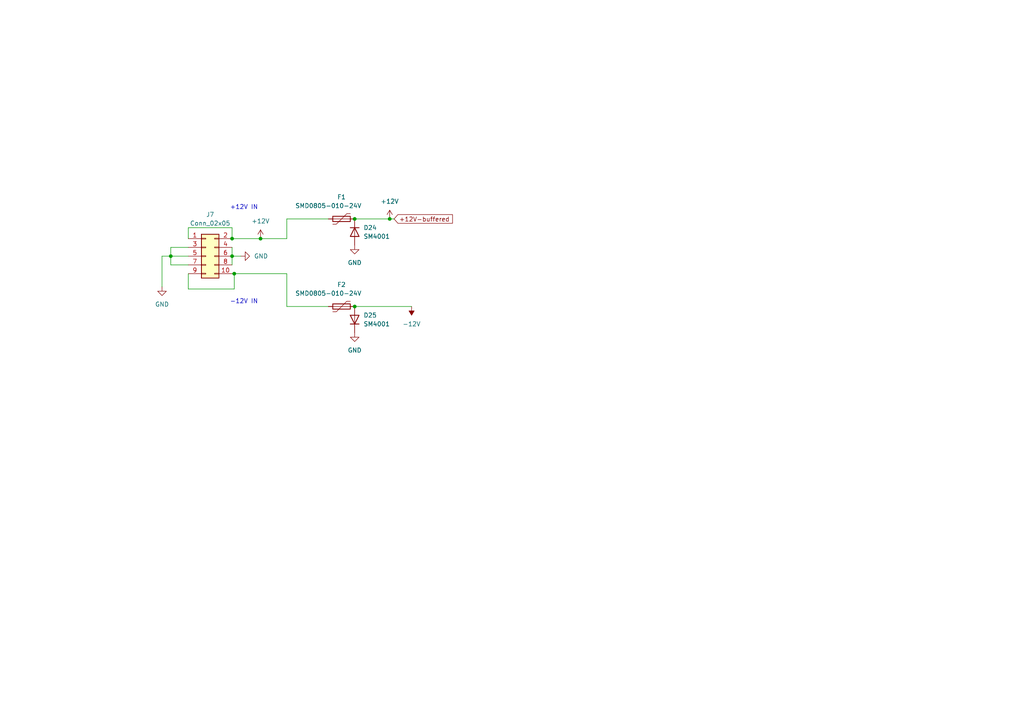
<source format=kicad_sch>
(kicad_sch (version 20211123) (generator eeschema)
  (paper "A4")
  (lib_symbols
    (symbol "Connector_Generic:Conn_02x05_Odd_Even" (pin_names (offset 1.016) hide)
      (property "Reference" "J" (at 1.27 7.62 0))
      (property "Value" "Conn_02x05_Odd_Even" (at 1.27 -7.62 0))
      (symbol "Conn_02x05_Odd_Even_1_1"
        (rectangle (start -1.27 -4.953) (end 0 -5.207) (stroke (width 0.1524)))
        (rectangle (start -1.27 -2.413) (end 0 -2.667) (stroke (width 0.1524)))
        (rectangle (start -1.27 0.127) (end 0 -0.127) (stroke (width 0.1524)))
        (rectangle (start -1.27 2.667) (end 0 2.413) (stroke (width 0.1524)))
        (rectangle (start -1.27 5.207) (end 0 4.953) (stroke (width 0.1524)))
        (rectangle (start -1.27 6.35) (end 3.81 -6.35) (stroke (width 0.254)) (fill (type background)))
        (rectangle (start 3.81 -4.953) (end 2.54 -5.207) (stroke (width 0.1524)))
        (rectangle (start 3.81 -2.413) (end 2.54 -2.667) (stroke (width 0.1524)))
        (rectangle (start 3.81 0.127) (end 2.54 -0.127) (stroke (width 0.1524)))
        (rectangle (start 3.81 2.667) (end 2.54 2.413) (stroke (width 0.1524)))
        (rectangle (start 3.81 5.207) (end 2.54 4.953) (stroke (width 0.1524)))
        (pin passive line (at -5.08 5.08 0) (length 3.81) (name "Pin_1") (number "1"))
        (pin passive line (at 7.62 -5.08 180) (length 3.81) (name "Pin_10") (number "10"))
        (pin passive line (at 7.62 5.08 180) (length 3.81) (name "Pin_2") (number "2"))
        (pin passive line (at -5.08 2.54 0) (length 3.81) (name "Pin_3") (number "3"))
        (pin passive line (at 7.62 2.54 180) (length 3.81) (name "Pin_4") (number "4"))
        (pin passive line (at -5.08 0 0) (length 3.81) (name "Pin_5") (number "5"))
        (pin passive line (at 7.62 0 180) (length 3.81) (name "Pin_6") (number "6"))
        (pin passive line (at -5.08 -2.54 0) (length 3.81) (name "Pin_7") (number "7"))
        (pin passive line (at 7.62 -2.54 180) (length 3.81) (name "Pin_8") (number "8"))
        (pin passive line (at -5.08 -5.08 0) (length 3.81) (name "Pin_9") (number "9"))
      )
    )
    (symbol "Device:Polyfuse" (pin_numbers hide) (pin_names (offset 0))
      (property "Reference" "F" (at -2.54 0 90))
      (property "Value" "Polyfuse" (at 2.54 0 90))
      (symbol "Polyfuse_0_1"
        (rectangle (start -0.762 2.54) (end 0.762 -2.54) (stroke (width 0.254)))
        (polyline (pts (xy 0 2.54) (xy 0 -2.54)))
        (polyline (pts (xy -1.524 2.54) (xy -1.524 1.524) (xy 1.524 -1.524) (xy 1.524 -2.54)))
      )
      (symbol "Polyfuse_1_1"
        (pin passive line (at 0 3.81 270) (length 1.27) (name "~") (number "1"))
        (pin passive line (at 0 -3.81 90) (length 1.27) (name "~") (number "2"))
      )
    )
    (symbol "Diode:SM4001" (pin_numbers hide) (pin_names (offset 1.016) hide)
      (property "Reference" "D" (at 0 2.54 0))
      (property "Value" "SM4001" (at 0 -2.54 0))
      (symbol "SM4001_0_1"
        (polyline (pts (xy -1.27 1.27) (xy -1.27 -1.27)) (stroke (width 0.254)))
        (polyline (pts (xy 1.27 0) (xy -1.27 0)))
        (polyline (pts (xy 1.27 1.27) (xy 1.27 -1.27) (xy -1.27 0) (xy 1.27 1.27)) (stroke (width 0.254)))
      )
      (symbol "SM4001_1_1"
        (pin passive line (at -3.81 0 0) (length 2.54) (name "K") (number "1"))
        (pin passive line (at 3.81 0 180) (length 2.54) (name "A") (number "2"))
      )
    )
    (symbol "power:+12V" (power) (pin_names (offset 0))
      (property "Value" "+12V" (at 0 3.556 0))
      (symbol "+12V_0_1"
        (polyline (pts (xy -0.762 1.27) (xy 0 2.54)))
        (polyline (pts (xy 0 0) (xy 0 2.54)))
        (polyline (pts (xy 0 2.54) (xy 0.762 1.27)))
      )
      (symbol "+12V_1_1"
        (pin power_in line (at 0 0 90) (length 0) hide (name "+12V") (number "1"))
      )
    )
    (symbol "power:-12V" (power) (pin_names (offset 0))
      (property "Value" "-12V" (at 0 3.81 0))
      (symbol "-12V_0_0"
        (pin power_in line (at 0 0 90) (length 0) hide (name "-12V") (number "1"))
      )
      (symbol "-12V_0_1"
        (polyline (pts (xy 0 0) (xy 0 1.27) (xy 0.762 1.27) (xy 0 2.54) (xy -0.762 1.27) (xy 0 1.27)) (fill (type outline)))
      )
    )
    (symbol "power:GND" (power) (pin_names (offset 0))
      (property "Value" "GND" (at 0 -3.81 0))
      (symbol "GND_0_1"
        (polyline (pts (xy 0 0) (xy 0 -1.27) (xy 1.27 -1.27) (xy 0 -2.54) (xy -1.27 -1.27) (xy 0 -1.27)))
      )
      (symbol "GND_1_1"
        (pin power_in line (at 0 0 270) (length 0) hide (name "GND") (number "1"))
      )
    )
  )
  (junction (at 67.31 74.295))
  (junction (at 67.31 69.215))
  (junction (at 113.03 63.5))
  (junction (at 75.565 69.215))
  (junction (at 102.87 88.9))
  (junction (at 102.87 63.5))
  (junction (at 67.945 79.375))
  (junction (at 49.53 74.295))
  (wire (pts (xy 49.53 74.295) (xy 54.61 74.295)))
  (wire (pts (xy 46.99 74.295) (xy 46.99 83.185)))
  (wire (pts (xy 67.31 79.375) (xy 67.945 79.375)))
  (wire (pts (xy 83.185 79.375) (xy 83.185 88.9)))
  (wire (pts (xy 67.31 74.295) (xy 67.31 76.835)))
  (wire (pts (xy 67.31 74.295) (xy 69.85 74.295)))
  (wire (pts (xy 83.185 63.5) (xy 95.25 63.5)))
  (wire (pts (xy 49.53 74.295) (xy 46.99 74.295)))
  (wire (pts (xy 54.61 79.375) (xy 54.61 83.82)))
  (wire (pts (xy 102.87 63.5) (xy 113.03 63.5)))
  (wire (pts (xy 54.61 83.82) (xy 67.945 83.82)))
  (wire (pts (xy 67.945 79.375) (xy 83.185 79.375)))
  (wire (pts (xy 54.61 66.04) (xy 67.31 66.04)))
  (wire (pts (xy 49.53 76.835) (xy 54.61 76.835)))
  (wire (pts (xy 54.61 69.215) (xy 54.61 66.04)))
  (wire (pts (xy 113.03 63.5) (xy 114.3 63.5)))
  (wire (pts (xy 49.53 74.295) (xy 49.53 71.755)))
  (wire (pts (xy 83.185 88.9) (xy 95.25 88.9)))
  (wire (pts (xy 67.31 71.755) (xy 67.31 74.295)))
  (wire (pts (xy 83.185 69.215) (xy 83.185 63.5)))
  (wire (pts (xy 49.53 76.835) (xy 49.53 74.295)))
  (wire (pts (xy 75.565 69.215) (xy 83.185 69.215)))
  (wire (pts (xy 67.31 66.04) (xy 67.31 69.215)))
  (wire (pts (xy 49.53 71.755) (xy 54.61 71.755)))
  (wire (pts (xy 67.945 83.82) (xy 67.945 79.375)))
  (wire (pts (xy 102.87 88.9) (xy 119.38 88.9)))
  (wire (pts (xy 67.31 69.215) (xy 75.565 69.215)))
  (text "+12V IN\n" (at 66.675 60.96 0) (effects (font (size 1.27 1.27)) (justify left bottom)))
  (text "-12V IN\n" (at 66.675 88.265 0) (effects (font (size 1.27 1.27)) (justify left bottom)))
  (global_label "+12V-buffered" (shape input) (at 114.3 63.5 0) (property "Intersheet References" "${INTERSHEET_REFS}" (effects hide)))
  (symbol (lib_id "Device:Polyfuse") (at 99.06 63.5 90) (unit 1)
    (property "Reference" "F1" (at 99.06 57.15 90))
    (property "Value" "SMD0805-010-24V" (at 95.25 59.69 90))
    (property "Footprint" "Fuse:Fuse_0805_2012Metric" (effects hide))
    (property "JLC part Number" "C269104" (effects hide))
    (property "LCSC" "C269104" (effects hide))
  )
  (symbol (lib_id "Diode:SM4001") (at 102.87 92.71 90) (unit 1)
    (property "Reference" "D25" (at 105.41 91.4399 90) (effects (justify right)))
    (property "Value" "SM4001" (at 105.41 93.9799 90) (effects (justify right)))
    (property "Footprint" "Diode_SMD:D_SOD-123" (effects hide))
    (property "Datasheet" "http://cdn-reichelt.de/documents/datenblatt/A400/SMD1N400%23DIO.pdf" (effects hide))
    (property "JLC part Number" "C151781" (effects hide))
    (property "LCSC" "C151781" (effects hide))
  )
  (symbol (lib_id "Connector_Generic:Conn_02x05_Odd_Even") (at 59.69 74.295 0) (unit 1)
    (property "Reference" "J7" (at 60.96 62.23 0))
    (property "Value" "Conn_02x05" (at 60.96 64.77 0))
    (property "Footprint" "Connector_PinHeader_2.54mm:PinHeader_2x05_P2.54mm_Vertical" (effects hide))
  )
  (symbol (lib_id "power:GND") (at 69.85 74.295 90) (unit 1)
    (property "Reference" "#PWR0168" (effects hide))
    (property "Value" "GND" (at 73.66 74.2949 90) (effects (justify right)))
  )
  (symbol (lib_id "power:GND") (at 102.87 96.52 0) (unit 1)
    (property "Reference" "#PWR0144" (effects hide))
    (property "Value" "GND" (at 102.87 101.6 0))
  )
  (symbol (lib_id "power:GND") (at 102.87 71.12 0) (unit 1)
    (property "Reference" "#PWR0143" (effects hide))
    (property "Value" "GND" (at 102.87 76.2 0))
  )
  (symbol (lib_id "power:GND") (at 46.99 83.185 0) (unit 1)
    (property "Reference" "#PWR0101" (effects hide))
    (property "Value" "GND" (at 46.99 88.265 0))
  )
  (symbol (lib_id "power:-12V") (at 119.38 88.9 180) (unit 1)
    (property "Reference" "#PWR0145" (effects hide))
    (property "Value" "-12V" (at 119.38 93.98 0))
  )
  (symbol (lib_id "power:+12V") (at 75.565 69.215 0) (unit 1)
    (property "Reference" "#PWR0150" (effects hide))
    (property "Value" "+12V" (at 75.565 64.135 0))
  )
  (symbol (lib_id "Device:Polyfuse") (at 99.06 88.9 90) (unit 1)
    (property "Reference" "F2" (at 99.06 82.55 90))
    (property "Value" "SMD0805-010-24V" (at 95.25 85.09 90))
    (property "Footprint" "Fuse:Fuse_0805_2012Metric" (effects hide))
    (property "JLC part Number" "C269104" (effects hide))
    (property "LCSC" "C269104" (effects hide))
  )
  (symbol (lib_id "power:+12V") (at 113.03 63.5 0) (unit 1)
    (property "Reference" "#PWR0142" (effects hide))
    (property "Value" "+12V" (at 113.03 58.42 0))
  )
  (symbol (lib_id "Diode:SM4001") (at 102.87 67.31 270) (unit 1)
    (property "Reference" "D24" (at 105.41 66.0399 90) (effects (justify left)))
    (property "Value" "SM4001" (at 105.41 68.5799 90) (effects (justify left)))
    (property "Footprint" "Diode_SMD:D_SOD-123" (effects hide))
    (property "Datasheet" "http://cdn-reichelt.de/documents/datenblatt/A400/SMD1N400%23DIO.pdf" (effects hide))
    (property "JLC part Number" "C151781" (effects hide))
    (property "LCSC" "C151781" (effects hide))
  )
)
</source>
